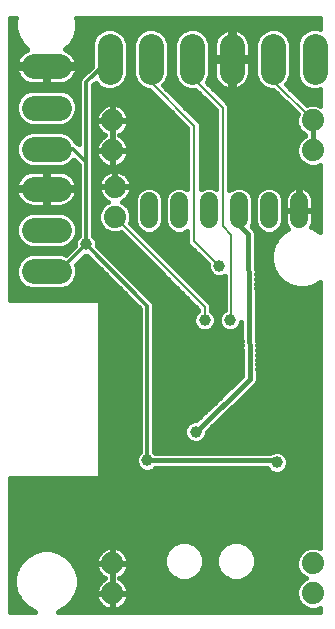
<source format=gbl>
G75*
%MOIN*%
%OFA0B0*%
%FSLAX24Y24*%
%IPPOS*%
%LPD*%
%AMOC8*
5,1,8,0,0,1.08239X$1,22.5*
%
%ADD10C,0.0840*%
%ADD11C,0.0600*%
%ADD12C,0.0740*%
%ADD13C,0.0160*%
%ADD14C,0.0357*%
%ADD15C,0.0120*%
%ADD16C,0.0080*%
%ADD17C,0.0396*%
D10*
X001440Y012202D02*
X002280Y012202D01*
X002280Y013580D02*
X001440Y013580D01*
X001440Y014958D02*
X002280Y014958D01*
X002280Y016282D02*
X001440Y016282D01*
X001440Y017660D02*
X002280Y017660D01*
X002280Y019038D02*
X001440Y019038D01*
X003964Y018863D02*
X003964Y019703D01*
X005342Y019703D02*
X005342Y018863D01*
X006720Y018863D02*
X006720Y019703D01*
X008042Y019700D02*
X008042Y018860D01*
X009420Y018860D02*
X009420Y019700D01*
X010798Y019700D02*
X010798Y018860D01*
D11*
X010280Y014540D02*
X010280Y013940D01*
X009280Y013940D02*
X009280Y014540D01*
X008280Y014540D02*
X008280Y013940D01*
X007280Y013940D02*
X007280Y014540D01*
X006280Y014540D02*
X006280Y013940D01*
X005280Y013940D02*
X005280Y014540D01*
D12*
X004140Y015020D03*
X004140Y014020D03*
X004052Y016232D03*
X004052Y017232D03*
X010745Y017232D03*
X010745Y016232D03*
X010745Y002468D03*
X010745Y001468D03*
X004052Y001468D03*
X004052Y002468D03*
D13*
X000660Y000860D02*
X000660Y005300D01*
X003660Y005300D01*
X003660Y011240D01*
X000660Y011240D01*
X000660Y020660D01*
X000857Y020660D01*
X000829Y020556D01*
X000829Y020284D01*
X000899Y020022D01*
X001035Y019787D01*
X001223Y019598D01*
X001210Y019594D01*
X001126Y019551D01*
X001049Y019496D01*
X000982Y019429D01*
X000927Y019352D01*
X000884Y019268D01*
X000855Y019178D01*
X000842Y019098D01*
X001800Y019098D01*
X001800Y018978D01*
X000842Y018978D01*
X000855Y018897D01*
X000884Y018808D01*
X000927Y018723D01*
X000982Y018647D01*
X001049Y018580D01*
X001126Y018525D01*
X001210Y018482D01*
X001299Y018453D01*
X001393Y018438D01*
X001800Y018438D01*
X001800Y018978D01*
X001920Y018978D01*
X001920Y019098D01*
X002878Y019098D01*
X002865Y019178D01*
X002836Y019268D01*
X002793Y019352D01*
X002738Y019429D01*
X002671Y019496D01*
X002594Y019551D01*
X002510Y019594D01*
X002497Y019598D01*
X002685Y019787D01*
X002821Y020022D01*
X002891Y020284D01*
X002891Y020556D01*
X002863Y020660D01*
X010980Y020660D01*
X010980Y020274D01*
X010917Y020300D01*
X010679Y020300D01*
X010458Y020209D01*
X010289Y020040D01*
X010198Y019819D01*
X010198Y018741D01*
X010289Y018520D01*
X010458Y018351D01*
X010679Y018260D01*
X010917Y018260D01*
X010980Y018286D01*
X010980Y017730D01*
X010854Y017782D01*
X010635Y017782D01*
X010544Y017744D01*
X009848Y018439D01*
X009929Y018520D01*
X010020Y018741D01*
X010020Y019819D01*
X009929Y020040D01*
X009760Y020209D01*
X009539Y020300D01*
X009301Y020300D01*
X009080Y020209D01*
X008911Y020040D01*
X008820Y019819D01*
X008820Y018741D01*
X008911Y018520D01*
X009080Y018351D01*
X009301Y018260D01*
X009405Y018260D01*
X010233Y017433D01*
X010195Y017341D01*
X010195Y017122D01*
X010278Y016920D01*
X010433Y016765D01*
X010485Y016744D01*
X010485Y016719D01*
X010433Y016698D01*
X010278Y016543D01*
X010195Y016341D01*
X010195Y016122D01*
X010278Y015920D01*
X010433Y015765D01*
X010635Y015682D01*
X010854Y015682D01*
X010980Y015734D01*
X010980Y013524D01*
X010778Y013641D01*
X010676Y013668D01*
X010691Y013688D01*
X010725Y013756D01*
X010748Y013828D01*
X010760Y013902D01*
X010760Y014220D01*
X010300Y014220D01*
X010300Y014260D01*
X010260Y014260D01*
X010260Y015020D01*
X010242Y015020D01*
X010168Y015008D01*
X010096Y014985D01*
X010028Y014951D01*
X009967Y014906D01*
X009914Y014853D01*
X009869Y014792D01*
X009835Y014724D01*
X009812Y014652D01*
X009800Y014578D01*
X009800Y014260D01*
X010260Y014260D01*
X010260Y014220D01*
X009800Y014220D01*
X009800Y013902D01*
X009812Y013828D01*
X009835Y013756D01*
X009869Y013688D01*
X009914Y013627D01*
X009930Y013611D01*
X009747Y013505D01*
X009555Y013313D01*
X009419Y013078D01*
X009349Y012816D01*
X009349Y012544D01*
X009419Y012282D01*
X009555Y012047D01*
X009747Y011855D01*
X009982Y011719D01*
X010244Y011649D01*
X010516Y011649D01*
X010778Y011719D01*
X010980Y011836D01*
X010980Y002966D01*
X010854Y003018D01*
X010635Y003018D01*
X010433Y002934D01*
X010278Y002779D01*
X010195Y002577D01*
X010195Y002358D01*
X010278Y002156D01*
X010433Y002002D01*
X010515Y001968D01*
X010433Y001934D01*
X010278Y001779D01*
X010195Y001577D01*
X010195Y001358D01*
X010278Y001156D01*
X010433Y001002D01*
X010635Y000918D01*
X010854Y000918D01*
X010980Y000970D01*
X010980Y000860D01*
X002255Y000860D01*
X002273Y000865D01*
X002517Y001006D01*
X002717Y001205D01*
X002858Y001449D01*
X002931Y001722D01*
X002931Y002003D01*
X002858Y002276D01*
X002717Y002520D01*
X002517Y002719D01*
X002273Y002860D01*
X002001Y002933D01*
X001719Y002933D01*
X001447Y002860D01*
X001203Y002719D01*
X001003Y002520D01*
X000862Y002276D01*
X000789Y002003D01*
X000789Y001722D01*
X000862Y001449D01*
X001003Y001205D01*
X001203Y001006D01*
X001447Y000865D01*
X001465Y000860D01*
X000660Y000860D01*
X000660Y001014D02*
X001195Y001014D01*
X001036Y001173D02*
X000660Y001173D01*
X000660Y001331D02*
X000931Y001331D01*
X000852Y001490D02*
X000660Y001490D01*
X000660Y001648D02*
X000809Y001648D01*
X000789Y001807D02*
X000660Y001807D01*
X000660Y001965D02*
X000789Y001965D01*
X000822Y002124D02*
X000660Y002124D01*
X000660Y002282D02*
X000866Y002282D01*
X000958Y002441D02*
X000660Y002441D01*
X000660Y002599D02*
X001082Y002599D01*
X001269Y002758D02*
X000660Y002758D01*
X000660Y002916D02*
X001655Y002916D01*
X002065Y002916D02*
X003733Y002916D01*
X003764Y002938D02*
X003694Y002887D01*
X003632Y002826D01*
X003581Y002756D01*
X003542Y002679D01*
X003515Y002597D01*
X003502Y002511D01*
X003502Y002488D01*
X004032Y002488D01*
X004032Y003018D01*
X004009Y003018D01*
X003923Y003004D01*
X003841Y002978D01*
X003764Y002938D01*
X003582Y002758D02*
X002451Y002758D01*
X002638Y002599D02*
X003516Y002599D01*
X003502Y002448D02*
X003502Y002425D01*
X003515Y002339D01*
X003542Y002257D01*
X003581Y002180D01*
X003632Y002110D01*
X003694Y002048D01*
X003764Y001997D01*
X003822Y001968D01*
X003764Y001938D01*
X003694Y001887D01*
X003632Y001826D01*
X003581Y001756D01*
X003542Y001679D01*
X003515Y001597D01*
X003502Y001511D01*
X003502Y001488D01*
X004032Y001488D01*
X004032Y002448D01*
X004072Y002448D01*
X004072Y002488D01*
X004602Y002488D01*
X004602Y002511D01*
X004588Y002597D01*
X004562Y002679D01*
X004522Y002756D01*
X004471Y002826D01*
X004410Y002887D01*
X004340Y002938D01*
X004263Y002978D01*
X004181Y003004D01*
X004095Y003018D01*
X004072Y003018D01*
X004072Y002488D01*
X004032Y002488D01*
X004032Y002448D01*
X003502Y002448D01*
X003502Y002441D02*
X002762Y002441D01*
X002854Y002282D02*
X003534Y002282D01*
X003622Y002124D02*
X002898Y002124D01*
X002931Y001965D02*
X003816Y001965D01*
X003618Y001807D02*
X002931Y001807D01*
X002911Y001648D02*
X003532Y001648D01*
X003502Y001490D02*
X002868Y001490D01*
X002789Y001331D02*
X003518Y001331D01*
X003515Y001339D02*
X003542Y001257D01*
X003581Y001180D01*
X003632Y001110D01*
X003694Y001048D01*
X003764Y000997D01*
X003841Y000958D01*
X003923Y000931D01*
X004009Y000918D01*
X004032Y000918D01*
X004032Y001448D01*
X004072Y001448D01*
X004072Y001488D01*
X004602Y001488D01*
X004602Y001511D01*
X004588Y001597D01*
X004562Y001679D01*
X004522Y001756D01*
X004471Y001826D01*
X004410Y001887D01*
X004340Y001938D01*
X004282Y001968D01*
X004340Y001997D01*
X004410Y002048D01*
X004471Y002110D01*
X004522Y002180D01*
X004562Y002257D01*
X004588Y002339D01*
X004602Y002425D01*
X004602Y002448D01*
X004072Y002448D01*
X004072Y002018D01*
X004072Y001488D01*
X004032Y001488D01*
X004032Y001448D01*
X003502Y001448D01*
X003502Y001425D01*
X003515Y001339D01*
X003587Y001173D02*
X002684Y001173D01*
X002525Y001014D02*
X003741Y001014D01*
X004032Y001014D02*
X004072Y001014D01*
X004072Y000918D02*
X004095Y000918D01*
X004181Y000931D01*
X004263Y000958D01*
X004340Y000997D01*
X004410Y001048D01*
X004471Y001110D01*
X004522Y001180D01*
X004562Y001257D01*
X004588Y001339D01*
X004602Y001425D01*
X004602Y001448D01*
X004072Y001448D01*
X004072Y000918D01*
X004072Y001173D02*
X004032Y001173D01*
X004032Y001331D02*
X004072Y001331D01*
X004072Y001490D02*
X004032Y001490D01*
X004032Y001648D02*
X004072Y001648D01*
X004072Y001807D02*
X004032Y001807D01*
X004032Y001965D02*
X004072Y001965D01*
X004072Y002124D02*
X004032Y002124D01*
X004032Y002282D02*
X004072Y002282D01*
X004072Y002441D02*
X004032Y002441D01*
X004032Y002599D02*
X004072Y002599D01*
X004072Y002758D02*
X004032Y002758D01*
X004032Y002916D02*
X004072Y002916D01*
X004371Y002916D02*
X005895Y002916D01*
X005897Y002919D02*
X005797Y002678D01*
X005797Y002417D01*
X005897Y002175D01*
X006082Y001990D01*
X006323Y001890D01*
X006585Y001890D01*
X006826Y001990D01*
X007011Y002175D01*
X007111Y002417D01*
X007111Y002678D01*
X007011Y002919D01*
X006826Y003104D01*
X006585Y003204D01*
X006323Y003204D01*
X006082Y003104D01*
X005897Y002919D01*
X005830Y002758D02*
X004521Y002758D01*
X004588Y002599D02*
X005797Y002599D01*
X005797Y002441D02*
X004602Y002441D01*
X004570Y002282D02*
X005852Y002282D01*
X005948Y002124D02*
X004481Y002124D01*
X004486Y001807D02*
X010306Y001807D01*
X010224Y001648D02*
X004572Y001648D01*
X004602Y001490D02*
X010195Y001490D01*
X010206Y001331D02*
X004586Y001331D01*
X004517Y001173D02*
X010272Y001173D01*
X010421Y001014D02*
X004363Y001014D01*
X004288Y001965D02*
X006142Y001965D01*
X006052Y003075D02*
X000660Y003075D01*
X000660Y003233D02*
X010980Y003233D01*
X010980Y003075D02*
X008588Y003075D01*
X008558Y003104D02*
X008317Y003204D01*
X008055Y003204D01*
X007814Y003104D01*
X007629Y002919D01*
X007529Y002678D01*
X007529Y002417D01*
X007629Y002175D01*
X007814Y001990D01*
X008055Y001890D01*
X008317Y001890D01*
X008558Y001990D01*
X008743Y002175D01*
X008843Y002417D01*
X008843Y002678D01*
X008743Y002919D01*
X008558Y003104D01*
X008745Y002916D02*
X010415Y002916D01*
X010269Y002758D02*
X008810Y002758D01*
X008843Y002599D02*
X010204Y002599D01*
X010195Y002441D02*
X008843Y002441D01*
X008788Y002282D02*
X010226Y002282D01*
X010311Y002124D02*
X008692Y002124D01*
X008498Y001965D02*
X010508Y001965D01*
X010980Y003392D02*
X000660Y003392D01*
X000660Y003550D02*
X010980Y003550D01*
X010980Y003709D02*
X000660Y003709D01*
X000660Y003867D02*
X010980Y003867D01*
X010980Y004026D02*
X000660Y004026D01*
X000660Y004184D02*
X010980Y004184D01*
X010980Y004343D02*
X000660Y004343D01*
X000660Y004501D02*
X010980Y004501D01*
X010980Y004660D02*
X000660Y004660D01*
X000660Y004818D02*
X010980Y004818D01*
X010980Y004977D02*
X000660Y004977D01*
X000660Y005135D02*
X010980Y005135D01*
X010980Y005294D02*
X000660Y005294D01*
X003660Y005452D02*
X010980Y005452D01*
X010980Y005611D02*
X009845Y005611D01*
X009861Y005626D02*
X009918Y005765D01*
X009918Y005915D01*
X009861Y006054D01*
X009754Y006161D01*
X009615Y006218D01*
X009465Y006218D01*
X009326Y006161D01*
X009325Y006160D01*
X005495Y006160D01*
X005460Y006195D01*
X005460Y011108D01*
X005423Y011196D01*
X003558Y013061D01*
X003558Y013175D01*
X003501Y013314D01*
X003420Y013395D01*
X003420Y018399D01*
X003500Y018479D01*
X003624Y018354D01*
X003845Y018263D01*
X004084Y018263D01*
X004304Y018354D01*
X004473Y018523D01*
X004564Y018743D01*
X004564Y019822D01*
X004473Y020043D01*
X004304Y020211D01*
X004084Y020303D01*
X003845Y020303D01*
X003624Y020211D01*
X003456Y020043D01*
X003364Y019822D01*
X003364Y019022D01*
X003044Y018702D01*
X002977Y018635D01*
X002940Y018546D01*
X002940Y016439D01*
X002894Y016486D01*
X002835Y016510D01*
X002789Y016622D01*
X002620Y016791D01*
X002399Y016882D01*
X001321Y016882D01*
X001100Y016791D01*
X000931Y016622D01*
X000840Y016401D01*
X000840Y016163D01*
X000931Y015942D01*
X001100Y015773D01*
X001321Y015682D01*
X002399Y015682D01*
X002620Y015773D01*
X002774Y015927D01*
X002940Y015761D01*
X002940Y013395D01*
X002859Y013314D01*
X002802Y013175D01*
X002802Y013061D01*
X002501Y012760D01*
X002399Y012802D01*
X001321Y012802D01*
X001100Y012711D01*
X000931Y012542D01*
X000840Y012321D01*
X000840Y012083D01*
X000931Y011862D01*
X001100Y011693D01*
X001321Y011602D01*
X002399Y011602D01*
X002620Y011693D01*
X002789Y011862D01*
X002880Y012083D01*
X002880Y012321D01*
X002839Y012420D01*
X003141Y012722D01*
X003219Y012722D01*
X004980Y010961D01*
X004980Y006195D01*
X004899Y006114D01*
X004842Y005975D01*
X004842Y005825D01*
X004899Y005686D01*
X005006Y005579D01*
X005145Y005522D01*
X005295Y005522D01*
X005434Y005579D01*
X005495Y005640D01*
X009214Y005640D01*
X009219Y005626D01*
X009326Y005519D01*
X009465Y005462D01*
X009615Y005462D01*
X009754Y005519D01*
X009861Y005626D01*
X009918Y005769D02*
X010980Y005769D01*
X010980Y005928D02*
X009913Y005928D01*
X009829Y006086D02*
X010980Y006086D01*
X010980Y006245D02*
X005460Y006245D01*
X005460Y006403D02*
X010980Y006403D01*
X010980Y006562D02*
X007076Y006562D01*
X007054Y006539D02*
X007161Y006646D01*
X007218Y006785D01*
X007218Y006864D01*
X008786Y008380D01*
X008790Y008381D01*
X008823Y008416D01*
X008858Y008449D01*
X008859Y008453D01*
X008862Y008455D01*
X008880Y008500D01*
X008899Y008544D01*
X008899Y008548D01*
X008901Y008551D01*
X008900Y008599D01*
X008901Y008647D01*
X008899Y008651D01*
X008840Y013462D01*
X008840Y013512D01*
X008839Y013513D01*
X008839Y013515D01*
X008820Y013561D01*
X008800Y013607D01*
X008799Y013608D01*
X008799Y013610D01*
X008763Y013645D01*
X008702Y013705D01*
X008760Y013845D01*
X008760Y014635D01*
X008687Y014812D01*
X008552Y014947D01*
X008375Y015020D01*
X008185Y015020D01*
X008008Y014947D01*
X007960Y014899D01*
X007960Y017751D01*
X007831Y017880D01*
X007208Y018503D01*
X007229Y018523D01*
X007320Y018743D01*
X007320Y019822D01*
X007229Y020043D01*
X007060Y020211D01*
X006840Y020303D01*
X006601Y020303D01*
X006380Y020211D01*
X006212Y020043D01*
X006120Y019822D01*
X006120Y018743D01*
X006212Y018523D01*
X006380Y018354D01*
X006601Y018263D01*
X006826Y018263D01*
X007520Y017569D01*
X007520Y014960D01*
X007375Y015020D01*
X007185Y015020D01*
X007008Y014947D01*
X007000Y014939D01*
X007000Y017151D01*
X006871Y017280D01*
X005740Y018412D01*
X005851Y018523D01*
X005942Y018743D01*
X005942Y019822D01*
X005851Y020043D01*
X005682Y020211D01*
X005462Y020303D01*
X005223Y020303D01*
X005002Y020211D01*
X004834Y020043D01*
X004742Y019822D01*
X004742Y018743D01*
X004834Y018523D01*
X005002Y018354D01*
X005223Y018263D01*
X005266Y018263D01*
X006560Y016969D01*
X006560Y014939D01*
X006552Y014947D01*
X006375Y015020D01*
X006185Y015020D01*
X006008Y014947D01*
X005873Y014812D01*
X005800Y014635D01*
X005800Y013845D01*
X005873Y013668D01*
X006008Y013533D01*
X006185Y013460D01*
X006375Y013460D01*
X006552Y013533D01*
X006560Y013541D01*
X006560Y013129D01*
X007242Y012447D01*
X007242Y012305D01*
X007299Y012166D01*
X007406Y012059D01*
X007545Y012002D01*
X007695Y012002D01*
X007798Y012044D01*
X007798Y010914D01*
X007766Y010901D01*
X007659Y010794D01*
X007602Y010655D01*
X007602Y010505D01*
X007659Y010366D01*
X007766Y010259D01*
X007905Y010202D01*
X008055Y010202D01*
X008194Y010259D01*
X008301Y010366D01*
X008357Y010501D01*
X008379Y008709D01*
X006857Y007238D01*
X006765Y007238D01*
X006626Y007181D01*
X006519Y007074D01*
X006462Y006935D01*
X006462Y006785D01*
X006519Y006646D01*
X006626Y006539D01*
X006765Y006482D01*
X006915Y006482D01*
X007054Y006539D01*
X007191Y006720D02*
X010980Y006720D01*
X010980Y006879D02*
X007233Y006879D01*
X007397Y007037D02*
X010980Y007037D01*
X010980Y007196D02*
X007561Y007196D01*
X007725Y007354D02*
X010980Y007354D01*
X010980Y007513D02*
X007889Y007513D01*
X008053Y007671D02*
X010980Y007671D01*
X010980Y007830D02*
X008217Y007830D01*
X008381Y007988D02*
X010980Y007988D01*
X010980Y008147D02*
X008545Y008147D01*
X008709Y008305D02*
X010980Y008305D01*
X010980Y008464D02*
X008865Y008464D01*
X008900Y008622D02*
X010980Y008622D01*
X010980Y008781D02*
X008898Y008781D01*
X008896Y008939D02*
X010980Y008939D01*
X010980Y009098D02*
X008894Y009098D01*
X008892Y009256D02*
X010980Y009256D01*
X010980Y009415D02*
X008890Y009415D01*
X008888Y009573D02*
X010980Y009573D01*
X010980Y009732D02*
X008886Y009732D01*
X008884Y009890D02*
X010980Y009890D01*
X010980Y010049D02*
X008882Y010049D01*
X008880Y010207D02*
X010980Y010207D01*
X010980Y010366D02*
X008878Y010366D01*
X008876Y010524D02*
X010980Y010524D01*
X010980Y010683D02*
X008874Y010683D01*
X008872Y010841D02*
X010980Y010841D01*
X010980Y011000D02*
X008870Y011000D01*
X008868Y011158D02*
X010980Y011158D01*
X010980Y011317D02*
X008866Y011317D01*
X008865Y011475D02*
X010980Y011475D01*
X010980Y011634D02*
X008863Y011634D01*
X008861Y011792D02*
X009856Y011792D01*
X009651Y011951D02*
X008859Y011951D01*
X008857Y012109D02*
X009519Y012109D01*
X009427Y012268D02*
X008855Y012268D01*
X008853Y012426D02*
X009380Y012426D01*
X009349Y012585D02*
X008851Y012585D01*
X008849Y012743D02*
X009349Y012743D01*
X009372Y012902D02*
X008847Y012902D01*
X008845Y013060D02*
X009414Y013060D01*
X009500Y013219D02*
X008843Y013219D01*
X008841Y013377D02*
X009619Y013377D01*
X009552Y013533D02*
X009687Y013668D01*
X009760Y013845D01*
X009760Y014635D01*
X009687Y014812D01*
X009552Y014947D01*
X009375Y015020D01*
X009185Y015020D01*
X009008Y014947D01*
X008873Y014812D01*
X008800Y014635D01*
X008800Y013845D01*
X008873Y013668D01*
X009008Y013533D01*
X009185Y013460D01*
X009375Y013460D01*
X009552Y013533D01*
X009554Y013536D02*
X009799Y013536D01*
X009867Y013694D02*
X009698Y013694D01*
X009760Y013853D02*
X009808Y013853D01*
X009800Y014011D02*
X009760Y014011D01*
X009760Y014170D02*
X009800Y014170D01*
X009800Y014328D02*
X009760Y014328D01*
X009760Y014487D02*
X009800Y014487D01*
X009811Y014645D02*
X009756Y014645D01*
X009690Y014804D02*
X009878Y014804D01*
X010051Y014962D02*
X009515Y014962D01*
X009045Y014962D02*
X008515Y014962D01*
X008690Y014804D02*
X008870Y014804D01*
X008804Y014645D02*
X008756Y014645D01*
X008760Y014487D02*
X008800Y014487D01*
X008800Y014328D02*
X008760Y014328D01*
X008760Y014170D02*
X008800Y014170D01*
X008800Y014011D02*
X008760Y014011D01*
X008760Y013853D02*
X008800Y013853D01*
X008862Y013694D02*
X008714Y013694D01*
X008831Y013536D02*
X009006Y013536D01*
X008580Y013460D02*
X008640Y008600D01*
X006840Y006860D01*
X006662Y007196D02*
X005460Y007196D01*
X005460Y007354D02*
X006977Y007354D01*
X007141Y007513D02*
X005460Y007513D01*
X005460Y007671D02*
X007305Y007671D01*
X007469Y007830D02*
X005460Y007830D01*
X005460Y007988D02*
X007633Y007988D01*
X007797Y008147D02*
X005460Y008147D01*
X005460Y008305D02*
X007961Y008305D01*
X008125Y008464D02*
X005460Y008464D01*
X005460Y008622D02*
X008289Y008622D01*
X008378Y008781D02*
X005460Y008781D01*
X005460Y008939D02*
X008376Y008939D01*
X008374Y009098D02*
X005460Y009098D01*
X005460Y009256D02*
X008372Y009256D01*
X008370Y009415D02*
X005460Y009415D01*
X005460Y009573D02*
X008368Y009573D01*
X008366Y009732D02*
X005460Y009732D01*
X005460Y009890D02*
X008364Y009890D01*
X008362Y010049D02*
X005460Y010049D01*
X005460Y010207D02*
X007052Y010207D01*
X007065Y010202D02*
X007215Y010202D01*
X007354Y010259D01*
X007461Y010366D01*
X007518Y010505D01*
X007518Y010655D01*
X007461Y010794D01*
X007360Y010895D01*
X007360Y011111D01*
X004652Y013819D01*
X004690Y013911D01*
X004690Y014129D01*
X004606Y014332D01*
X004452Y014486D01*
X004370Y014520D01*
X004428Y014550D01*
X004498Y014600D01*
X004560Y014662D01*
X004610Y014732D01*
X004650Y014809D01*
X004676Y014891D01*
X004690Y014977D01*
X004690Y015000D01*
X004160Y015000D01*
X004160Y015040D01*
X004690Y015040D01*
X004690Y015063D01*
X004676Y015149D01*
X004650Y015231D01*
X004610Y015308D01*
X004560Y015378D01*
X004498Y015440D01*
X004428Y015490D01*
X004351Y015530D01*
X004269Y015556D01*
X004183Y015570D01*
X004160Y015570D01*
X004160Y015040D01*
X004120Y015040D01*
X004120Y015570D01*
X004097Y015570D01*
X004011Y015556D01*
X003929Y015530D01*
X003852Y015490D01*
X003782Y015440D01*
X003720Y015378D01*
X003670Y015308D01*
X003630Y015231D01*
X003604Y015149D01*
X003590Y015063D01*
X003590Y015040D01*
X004120Y015040D01*
X004120Y015000D01*
X003590Y015000D01*
X003590Y014977D01*
X003604Y014891D01*
X003630Y014809D01*
X003670Y014732D01*
X003720Y014662D01*
X003782Y014600D01*
X003852Y014550D01*
X003910Y014520D01*
X003828Y014486D01*
X003674Y014332D01*
X003590Y014129D01*
X003590Y013911D01*
X003674Y013708D01*
X003828Y013554D01*
X004031Y013470D01*
X004249Y013470D01*
X004341Y013508D01*
X006920Y010929D01*
X006920Y010895D01*
X006819Y010794D01*
X006762Y010655D01*
X006762Y010505D01*
X006819Y010366D01*
X006926Y010259D01*
X007065Y010202D01*
X007228Y010207D02*
X007892Y010207D01*
X008068Y010207D02*
X008360Y010207D01*
X008358Y010366D02*
X008300Y010366D01*
X007706Y010841D02*
X007414Y010841D01*
X007360Y011000D02*
X007798Y011000D01*
X007798Y011158D02*
X007313Y011158D01*
X007155Y011317D02*
X007798Y011317D01*
X007798Y011475D02*
X006996Y011475D01*
X006838Y011634D02*
X007798Y011634D01*
X007798Y011792D02*
X006679Y011792D01*
X006521Y011951D02*
X007798Y011951D01*
X007356Y012109D02*
X006362Y012109D01*
X006204Y012268D02*
X007257Y012268D01*
X007242Y012426D02*
X006045Y012426D01*
X005887Y012585D02*
X007104Y012585D01*
X006946Y012743D02*
X005728Y012743D01*
X005570Y012902D02*
X006787Y012902D01*
X006629Y013060D02*
X005411Y013060D01*
X005253Y013219D02*
X006560Y013219D01*
X006560Y013377D02*
X005094Y013377D01*
X005185Y013460D02*
X005008Y013533D01*
X004873Y013668D01*
X004800Y013845D01*
X004800Y014635D01*
X004873Y014812D01*
X005008Y014947D01*
X005185Y015020D01*
X005375Y015020D01*
X005552Y014947D01*
X005687Y014812D01*
X005760Y014635D01*
X005760Y013845D01*
X005687Y013668D01*
X005552Y013533D01*
X005375Y013460D01*
X005185Y013460D01*
X005006Y013536D02*
X004936Y013536D01*
X004862Y013694D02*
X004777Y013694D01*
X004800Y013853D02*
X004666Y013853D01*
X004690Y014011D02*
X004800Y014011D01*
X004800Y014170D02*
X004673Y014170D01*
X004608Y014328D02*
X004800Y014328D01*
X004800Y014487D02*
X004451Y014487D01*
X004543Y014645D02*
X004804Y014645D01*
X004870Y014804D02*
X004647Y014804D01*
X004688Y014962D02*
X005045Y014962D01*
X004681Y015121D02*
X006560Y015121D01*
X006560Y015279D02*
X004625Y015279D01*
X004500Y015438D02*
X006560Y015438D01*
X006560Y015596D02*
X003420Y015596D01*
X003420Y015438D02*
X003780Y015438D01*
X003655Y015279D02*
X003420Y015279D01*
X003420Y015121D02*
X003599Y015121D01*
X003592Y014962D02*
X003420Y014962D01*
X003420Y014804D02*
X003633Y014804D01*
X003737Y014645D02*
X003420Y014645D01*
X003420Y014487D02*
X003829Y014487D01*
X003672Y014328D02*
X003420Y014328D01*
X003420Y014170D02*
X003607Y014170D01*
X003590Y014011D02*
X003420Y014011D01*
X003420Y013853D02*
X003614Y013853D01*
X003688Y013694D02*
X003420Y013694D01*
X003420Y013536D02*
X003872Y013536D01*
X003540Y013219D02*
X004630Y013219D01*
X004472Y013377D02*
X003438Y013377D01*
X003559Y013060D02*
X004789Y013060D01*
X004947Y012902D02*
X003718Y012902D01*
X003876Y012743D02*
X005106Y012743D01*
X005264Y012585D02*
X004035Y012585D01*
X004193Y012426D02*
X005423Y012426D01*
X005581Y012268D02*
X004352Y012268D01*
X004510Y012109D02*
X005740Y012109D01*
X005898Y011951D02*
X004669Y011951D01*
X004827Y011792D02*
X006057Y011792D01*
X006215Y011634D02*
X004986Y011634D01*
X005144Y011475D02*
X006374Y011475D01*
X006532Y011317D02*
X005303Y011317D01*
X005439Y011158D02*
X006691Y011158D01*
X006849Y011000D02*
X005460Y011000D01*
X005460Y010841D02*
X006866Y010841D01*
X006773Y010683D02*
X005460Y010683D01*
X005460Y010524D02*
X006762Y010524D01*
X006820Y010366D02*
X005460Y010366D01*
X004980Y010366D02*
X003660Y010366D01*
X003660Y010524D02*
X004980Y010524D01*
X004980Y010683D02*
X003660Y010683D01*
X003660Y010841D02*
X004980Y010841D01*
X004941Y011000D02*
X003660Y011000D01*
X003660Y011158D02*
X004783Y011158D01*
X004624Y011317D02*
X000660Y011317D01*
X000660Y011475D02*
X004466Y011475D01*
X004307Y011634D02*
X002475Y011634D01*
X002718Y011792D02*
X004149Y011792D01*
X003990Y011951D02*
X002825Y011951D01*
X002880Y012109D02*
X003832Y012109D01*
X003673Y012268D02*
X002880Y012268D01*
X002845Y012426D02*
X003515Y012426D01*
X003356Y012585D02*
X003004Y012585D01*
X002801Y013060D02*
X002593Y013060D01*
X002620Y013071D02*
X002789Y013240D01*
X002880Y013461D01*
X002880Y013699D01*
X002789Y013920D01*
X002620Y014089D01*
X002399Y014180D01*
X001321Y014180D01*
X001100Y014089D01*
X000931Y013920D01*
X000840Y013699D01*
X000840Y013461D01*
X000931Y013240D01*
X001100Y013071D01*
X001321Y012980D01*
X002399Y012980D01*
X002620Y013071D01*
X002642Y012902D02*
X000660Y012902D01*
X000660Y013060D02*
X001127Y013060D01*
X000953Y013219D02*
X000660Y013219D01*
X000660Y013377D02*
X000875Y013377D01*
X000840Y013536D02*
X000660Y013536D01*
X000660Y013694D02*
X000840Y013694D01*
X000903Y013853D02*
X000660Y013853D01*
X000660Y014011D02*
X001022Y014011D01*
X001210Y014402D02*
X001126Y014445D01*
X001049Y014500D01*
X000982Y014567D01*
X000927Y014643D01*
X000884Y014728D01*
X000855Y014817D01*
X000842Y014898D01*
X001800Y014898D01*
X001800Y015018D01*
X001800Y015558D01*
X001393Y015558D01*
X001299Y015543D01*
X001210Y015514D01*
X001126Y015471D01*
X001049Y015416D01*
X000982Y015349D01*
X000927Y015272D01*
X000884Y015188D01*
X000855Y015098D01*
X000842Y015018D01*
X001800Y015018D01*
X001920Y015018D01*
X001920Y015558D01*
X002327Y015558D01*
X002420Y015543D01*
X002510Y015514D01*
X002594Y015471D01*
X002671Y015416D01*
X002738Y015349D01*
X002793Y015272D01*
X002836Y015188D01*
X002865Y015098D01*
X002878Y015018D01*
X001920Y015018D01*
X001920Y014898D01*
X002878Y014898D01*
X002865Y014817D01*
X002836Y014728D01*
X002793Y014643D01*
X002738Y014567D01*
X002671Y014500D01*
X002594Y014445D01*
X002510Y014402D01*
X002420Y014373D01*
X002327Y014358D01*
X001920Y014358D01*
X001920Y014898D01*
X001800Y014898D01*
X001800Y014358D01*
X001393Y014358D01*
X001299Y014373D01*
X001210Y014402D01*
X001068Y014487D02*
X000660Y014487D01*
X000660Y014645D02*
X000926Y014645D01*
X000859Y014804D02*
X000660Y014804D01*
X000660Y014962D02*
X001800Y014962D01*
X001920Y014962D02*
X002940Y014962D01*
X002940Y014804D02*
X002861Y014804D01*
X002794Y014645D02*
X002940Y014645D01*
X002940Y014487D02*
X002652Y014487D01*
X002425Y014170D02*
X002940Y014170D01*
X002940Y014328D02*
X000660Y014328D01*
X000660Y014170D02*
X001295Y014170D01*
X001800Y014487D02*
X001920Y014487D01*
X001920Y014645D02*
X001800Y014645D01*
X001800Y014804D02*
X001920Y014804D01*
X001920Y015121D02*
X001800Y015121D01*
X001800Y015279D02*
X001920Y015279D01*
X001920Y015438D02*
X001800Y015438D01*
X001079Y015438D02*
X000660Y015438D01*
X000660Y015596D02*
X002940Y015596D01*
X002940Y015438D02*
X002641Y015438D01*
X002788Y015279D02*
X002940Y015279D01*
X002940Y015121D02*
X002858Y015121D01*
X002940Y015755D02*
X002574Y015755D01*
X002760Y015913D02*
X002788Y015913D01*
X002820Y016547D02*
X002940Y016547D01*
X002940Y016706D02*
X002705Y016706D01*
X002940Y016864D02*
X002443Y016864D01*
X002399Y017060D02*
X002620Y017151D01*
X002789Y017320D01*
X002880Y017541D01*
X002880Y017779D01*
X002789Y018000D01*
X002620Y018169D01*
X002399Y018260D01*
X001321Y018260D01*
X001100Y018169D01*
X000931Y018000D01*
X000840Y017779D01*
X000840Y017541D01*
X000931Y017320D01*
X001100Y017151D01*
X001321Y017060D01*
X002399Y017060D01*
X002650Y017181D02*
X002940Y017181D01*
X002940Y017023D02*
X000660Y017023D01*
X000660Y017181D02*
X001070Y017181D01*
X001277Y016864D02*
X000660Y016864D01*
X000660Y016706D02*
X001015Y016706D01*
X000900Y016547D02*
X000660Y016547D01*
X000660Y016389D02*
X000840Y016389D01*
X000840Y016230D02*
X000660Y016230D01*
X000660Y016072D02*
X000878Y016072D01*
X000960Y015913D02*
X000660Y015913D01*
X000660Y015755D02*
X001146Y015755D01*
X000932Y015279D02*
X000660Y015279D01*
X000660Y015121D02*
X000862Y015121D01*
X000923Y017340D02*
X000660Y017340D01*
X000660Y017498D02*
X000858Y017498D01*
X000840Y017657D02*
X000660Y017657D01*
X000660Y017815D02*
X000855Y017815D01*
X000920Y017974D02*
X000660Y017974D01*
X000660Y018132D02*
X001064Y018132D01*
X001323Y018449D02*
X000660Y018449D01*
X000660Y018291D02*
X002940Y018291D01*
X002940Y018449D02*
X002397Y018449D01*
X002420Y018453D02*
X002510Y018482D01*
X002594Y018525D01*
X002671Y018580D01*
X002738Y018647D01*
X002793Y018723D01*
X002836Y018808D01*
X002865Y018897D01*
X002878Y018978D01*
X001920Y018978D01*
X001920Y018438D01*
X002327Y018438D01*
X002420Y018453D01*
X002656Y018132D02*
X002940Y018132D01*
X002940Y017974D02*
X002800Y017974D01*
X002865Y017815D02*
X002940Y017815D01*
X002940Y017657D02*
X002880Y017657D01*
X002862Y017498D02*
X002940Y017498D01*
X002940Y017340D02*
X002797Y017340D01*
X003420Y017340D02*
X003512Y017340D01*
X003515Y017360D02*
X003502Y017275D01*
X003502Y017252D01*
X004032Y017252D01*
X004032Y017782D01*
X004009Y017782D01*
X003923Y017768D01*
X003841Y017741D01*
X003764Y017702D01*
X003694Y017651D01*
X003632Y017590D01*
X003581Y017520D01*
X003542Y017443D01*
X003515Y017360D01*
X003570Y017498D02*
X003420Y017498D01*
X003420Y017657D02*
X003701Y017657D01*
X003420Y017815D02*
X005714Y017815D01*
X005872Y017657D02*
X004403Y017657D01*
X004410Y017651D02*
X004340Y017702D01*
X004263Y017741D01*
X004181Y017768D01*
X004095Y017782D01*
X004072Y017782D01*
X004072Y017252D01*
X004032Y017252D01*
X004032Y017212D01*
X003502Y017212D01*
X003502Y017188D01*
X003515Y017103D01*
X003542Y017021D01*
X003581Y016943D01*
X003632Y016873D01*
X003694Y016812D01*
X003764Y016761D01*
X003822Y016732D01*
X003764Y016702D01*
X003694Y016651D01*
X003632Y016590D01*
X003581Y016520D01*
X003542Y016443D01*
X003515Y016360D01*
X003502Y016275D01*
X003502Y016252D01*
X004032Y016252D01*
X004032Y017212D01*
X004072Y017212D01*
X004072Y017252D01*
X004602Y017252D01*
X004602Y017275D01*
X004588Y017360D01*
X004562Y017443D01*
X004522Y017520D01*
X004471Y017590D01*
X004410Y017651D01*
X004533Y017498D02*
X006031Y017498D01*
X006189Y017340D02*
X004592Y017340D01*
X004602Y017212D02*
X004072Y017212D01*
X004072Y016682D01*
X004072Y016252D01*
X004032Y016252D01*
X004032Y016212D01*
X003502Y016212D01*
X003502Y016188D01*
X003515Y016103D01*
X003542Y016021D01*
X003581Y015943D01*
X003632Y015873D01*
X003694Y015812D01*
X003764Y015761D01*
X003841Y015722D01*
X003923Y015695D01*
X004009Y015682D01*
X004032Y015682D01*
X004032Y016212D01*
X004072Y016212D01*
X004072Y016252D01*
X004602Y016252D01*
X004602Y016275D01*
X004588Y016360D01*
X004562Y016443D01*
X004522Y016520D01*
X004471Y016590D01*
X004410Y016651D01*
X004340Y016702D01*
X004282Y016732D01*
X004340Y016761D01*
X004410Y016812D01*
X004471Y016873D01*
X004522Y016943D01*
X004562Y017021D01*
X004588Y017103D01*
X004602Y017188D01*
X004602Y017212D01*
X004601Y017181D02*
X006348Y017181D01*
X006506Y017023D02*
X004562Y017023D01*
X004462Y016864D02*
X006560Y016864D01*
X006560Y016706D02*
X004333Y016706D01*
X004503Y016547D02*
X006560Y016547D01*
X006560Y016389D02*
X004579Y016389D01*
X004602Y016212D02*
X004072Y016212D01*
X004072Y015682D01*
X004095Y015682D01*
X004181Y015695D01*
X004263Y015722D01*
X004340Y015761D01*
X004410Y015812D01*
X004471Y015873D01*
X004522Y015943D01*
X004562Y016021D01*
X004588Y016103D01*
X004602Y016188D01*
X004602Y016212D01*
X004578Y016072D02*
X006560Y016072D01*
X006560Y016230D02*
X004072Y016230D01*
X004032Y016230D02*
X003420Y016230D01*
X003420Y016072D02*
X003526Y016072D01*
X003603Y015913D02*
X003420Y015913D01*
X003420Y015755D02*
X003777Y015755D01*
X004032Y015755D02*
X004072Y015755D01*
X004072Y015913D02*
X004032Y015913D01*
X004032Y016072D02*
X004072Y016072D01*
X004072Y016389D02*
X004032Y016389D01*
X004032Y016547D02*
X004072Y016547D01*
X004072Y016706D02*
X004032Y016706D01*
X004032Y016864D02*
X004072Y016864D01*
X004072Y017023D02*
X004032Y017023D01*
X004032Y017181D02*
X004072Y017181D01*
X004072Y017340D02*
X004032Y017340D01*
X004032Y017498D02*
X004072Y017498D01*
X004072Y017657D02*
X004032Y017657D01*
X004150Y018291D02*
X005156Y018291D01*
X005397Y018132D02*
X003420Y018132D01*
X003420Y017974D02*
X005555Y017974D01*
X005777Y018449D02*
X006285Y018449D01*
X006176Y018608D02*
X005886Y018608D01*
X005942Y018766D02*
X006120Y018766D01*
X006120Y018925D02*
X005942Y018925D01*
X005942Y019083D02*
X006120Y019083D01*
X006120Y019242D02*
X005942Y019242D01*
X005942Y019400D02*
X006120Y019400D01*
X006120Y019559D02*
X005942Y019559D01*
X005942Y019717D02*
X006120Y019717D01*
X006142Y019876D02*
X005920Y019876D01*
X005854Y020034D02*
X006208Y020034D01*
X006361Y020193D02*
X005701Y020193D01*
X004983Y020193D02*
X004323Y020193D01*
X004477Y020034D02*
X004830Y020034D01*
X004764Y019876D02*
X004542Y019876D01*
X004564Y019717D02*
X004742Y019717D01*
X004742Y019559D02*
X004564Y019559D01*
X004564Y019400D02*
X004742Y019400D01*
X004742Y019242D02*
X004564Y019242D01*
X004564Y019083D02*
X004742Y019083D01*
X004742Y018925D02*
X004564Y018925D01*
X004564Y018766D02*
X004742Y018766D01*
X004799Y018608D02*
X004508Y018608D01*
X004399Y018449D02*
X004907Y018449D01*
X005861Y018291D02*
X006534Y018291D01*
X006336Y017815D02*
X007274Y017815D01*
X007432Y017657D02*
X006495Y017657D01*
X006653Y017498D02*
X007520Y017498D01*
X007520Y017340D02*
X006812Y017340D01*
X006970Y017181D02*
X007520Y017181D01*
X007520Y017023D02*
X007000Y017023D01*
X007000Y016864D02*
X007520Y016864D01*
X007520Y016706D02*
X007000Y016706D01*
X007000Y016547D02*
X007520Y016547D01*
X007520Y016389D02*
X007000Y016389D01*
X007000Y016230D02*
X007520Y016230D01*
X007520Y016072D02*
X007000Y016072D01*
X007000Y015913D02*
X007520Y015913D01*
X007520Y015755D02*
X007000Y015755D01*
X007000Y015596D02*
X007520Y015596D01*
X007520Y015438D02*
X007000Y015438D01*
X007000Y015279D02*
X007520Y015279D01*
X007520Y015121D02*
X007000Y015121D01*
X007000Y014962D02*
X007045Y014962D01*
X007515Y014962D02*
X007520Y014962D01*
X007960Y014962D02*
X008045Y014962D01*
X007960Y015121D02*
X010980Y015121D01*
X010980Y015279D02*
X007960Y015279D01*
X007960Y015438D02*
X010980Y015438D01*
X010980Y015596D02*
X007960Y015596D01*
X007960Y015755D02*
X010459Y015755D01*
X010286Y015913D02*
X007960Y015913D01*
X007960Y016072D02*
X010216Y016072D01*
X010195Y016230D02*
X007960Y016230D01*
X007960Y016389D02*
X010214Y016389D01*
X010282Y016547D02*
X007960Y016547D01*
X007960Y016706D02*
X010452Y016706D01*
X010335Y016864D02*
X007960Y016864D01*
X007960Y017023D02*
X010236Y017023D01*
X010195Y017181D02*
X007960Y017181D01*
X007960Y017340D02*
X010195Y017340D01*
X010167Y017498D02*
X007960Y017498D01*
X007960Y017657D02*
X010009Y017657D01*
X009850Y017815D02*
X007896Y017815D01*
X007738Y017974D02*
X009692Y017974D01*
X009533Y018132D02*
X007579Y018132D01*
X007728Y018347D02*
X007651Y018402D01*
X007584Y018469D01*
X007529Y018546D01*
X007486Y018630D01*
X007457Y018719D01*
X007442Y018813D01*
X007442Y019220D01*
X007982Y019220D01*
X007982Y019340D01*
X007442Y019340D01*
X007442Y019747D01*
X007457Y019840D01*
X007486Y019930D01*
X007529Y020014D01*
X007584Y020091D01*
X007651Y020158D01*
X007728Y020213D01*
X007812Y020256D01*
X007902Y020285D01*
X007982Y020298D01*
X007982Y019340D01*
X008102Y019340D01*
X008102Y020298D01*
X008183Y020285D01*
X008272Y020256D01*
X008357Y020213D01*
X008433Y020158D01*
X008500Y020091D01*
X008555Y020014D01*
X008598Y019930D01*
X008627Y019840D01*
X008642Y019747D01*
X008642Y019340D01*
X008102Y019340D01*
X008102Y019220D01*
X008102Y018262D01*
X008183Y018275D01*
X008272Y018304D01*
X008357Y018347D01*
X008433Y018402D01*
X008500Y018469D01*
X008555Y018546D01*
X008598Y018630D01*
X008627Y018719D01*
X008642Y018813D01*
X008642Y019220D01*
X008102Y019220D01*
X007982Y019220D01*
X007982Y018262D01*
X007902Y018275D01*
X007812Y018304D01*
X007728Y018347D01*
X007853Y018291D02*
X007421Y018291D01*
X007262Y018449D02*
X007604Y018449D01*
X007497Y018608D02*
X007264Y018608D01*
X007320Y018766D02*
X007449Y018766D01*
X007442Y018925D02*
X007320Y018925D01*
X007320Y019083D02*
X007442Y019083D01*
X007320Y019242D02*
X007982Y019242D01*
X008102Y019242D02*
X008820Y019242D01*
X008820Y019400D02*
X008642Y019400D01*
X008642Y019559D02*
X008820Y019559D01*
X008820Y019717D02*
X008642Y019717D01*
X008616Y019876D02*
X008843Y019876D01*
X008909Y020034D02*
X008541Y020034D01*
X008385Y020193D02*
X009064Y020193D01*
X008820Y019083D02*
X008642Y019083D01*
X008642Y018925D02*
X008820Y018925D01*
X008820Y018766D02*
X008635Y018766D01*
X008587Y018608D02*
X008875Y018608D01*
X008982Y018449D02*
X008480Y018449D01*
X008231Y018291D02*
X009227Y018291D01*
X009858Y018449D02*
X010360Y018449D01*
X010253Y018608D02*
X009965Y018608D01*
X010020Y018766D02*
X010198Y018766D01*
X010198Y018925D02*
X010020Y018925D01*
X010020Y019083D02*
X010198Y019083D01*
X010198Y019242D02*
X010020Y019242D01*
X010020Y019400D02*
X010198Y019400D01*
X010198Y019559D02*
X010020Y019559D01*
X010020Y019717D02*
X010198Y019717D01*
X010221Y019876D02*
X009997Y019876D01*
X009931Y020034D02*
X010287Y020034D01*
X010442Y020193D02*
X009776Y020193D01*
X009997Y018291D02*
X010605Y018291D01*
X010472Y017815D02*
X010980Y017815D01*
X010980Y017974D02*
X010314Y017974D01*
X010155Y018132D02*
X010980Y018132D01*
X010745Y017232D02*
X010745Y016232D01*
X010392Y015008D02*
X010318Y015020D01*
X010300Y015020D01*
X010300Y014260D01*
X010760Y014260D01*
X010760Y014578D01*
X010748Y014652D01*
X010725Y014724D01*
X010691Y014792D01*
X010646Y014853D01*
X010593Y014906D01*
X010532Y014951D01*
X010464Y014985D01*
X010392Y015008D01*
X010300Y014962D02*
X010260Y014962D01*
X010260Y014804D02*
X010300Y014804D01*
X010300Y014645D02*
X010260Y014645D01*
X010260Y014487D02*
X010300Y014487D01*
X010300Y014328D02*
X010260Y014328D01*
X010682Y014804D02*
X010980Y014804D01*
X010980Y014962D02*
X010509Y014962D01*
X010749Y014645D02*
X010980Y014645D01*
X010980Y014487D02*
X010760Y014487D01*
X010760Y014328D02*
X010980Y014328D01*
X010980Y014170D02*
X010760Y014170D01*
X010760Y014011D02*
X010980Y014011D01*
X010980Y013853D02*
X010752Y013853D01*
X010693Y013694D02*
X010980Y013694D01*
X010980Y013536D02*
X010961Y013536D01*
X010904Y011792D02*
X010980Y011792D01*
X008580Y013460D02*
X008280Y013760D01*
X007613Y010683D02*
X007507Y010683D01*
X007518Y010524D02*
X007602Y010524D01*
X007660Y010366D02*
X007460Y010366D01*
X006560Y013536D02*
X006554Y013536D01*
X006006Y013536D02*
X005554Y013536D01*
X005698Y013694D02*
X005862Y013694D01*
X005800Y013853D02*
X005760Y013853D01*
X005760Y014011D02*
X005800Y014011D01*
X005800Y014170D02*
X005760Y014170D01*
X005760Y014328D02*
X005800Y014328D01*
X005800Y014487D02*
X005760Y014487D01*
X005756Y014645D02*
X005804Y014645D01*
X005870Y014804D02*
X005690Y014804D01*
X005515Y014962D02*
X006045Y014962D01*
X006515Y014962D02*
X006560Y014962D01*
X006560Y015755D02*
X004327Y015755D01*
X004500Y015913D02*
X006560Y015913D01*
X006178Y017974D02*
X007115Y017974D01*
X006957Y018132D02*
X006019Y018132D01*
X007079Y020193D02*
X007699Y020193D01*
X007543Y020034D02*
X007232Y020034D01*
X007298Y019876D02*
X007468Y019876D01*
X007442Y019717D02*
X007320Y019717D01*
X007320Y019559D02*
X007442Y019559D01*
X007442Y019400D02*
X007320Y019400D01*
X007982Y019400D02*
X008102Y019400D01*
X008102Y019559D02*
X007982Y019559D01*
X007982Y019717D02*
X008102Y019717D01*
X008102Y019876D02*
X007982Y019876D01*
X007982Y020034D02*
X008102Y020034D01*
X008102Y020193D02*
X007982Y020193D01*
X007982Y019083D02*
X008102Y019083D01*
X008102Y018925D02*
X007982Y018925D01*
X007982Y018766D02*
X008102Y018766D01*
X008102Y018608D02*
X007982Y018608D01*
X007982Y018449D02*
X008102Y018449D01*
X008102Y018291D02*
X007982Y018291D01*
X010980Y020351D02*
X002891Y020351D01*
X002891Y020510D02*
X010980Y020510D01*
X004980Y010207D02*
X003660Y010207D01*
X003660Y010049D02*
X004980Y010049D01*
X004980Y009890D02*
X003660Y009890D01*
X003660Y009732D02*
X004980Y009732D01*
X004980Y009573D02*
X003660Y009573D01*
X003660Y009415D02*
X004980Y009415D01*
X004980Y009256D02*
X003660Y009256D01*
X003660Y009098D02*
X004980Y009098D01*
X004980Y008939D02*
X003660Y008939D01*
X003660Y008781D02*
X004980Y008781D01*
X004980Y008622D02*
X003660Y008622D01*
X003660Y008464D02*
X004980Y008464D01*
X004980Y008305D02*
X003660Y008305D01*
X003660Y008147D02*
X004980Y008147D01*
X004980Y007988D02*
X003660Y007988D01*
X003660Y007830D02*
X004980Y007830D01*
X004980Y007671D02*
X003660Y007671D01*
X003660Y007513D02*
X004980Y007513D01*
X004980Y007354D02*
X003660Y007354D01*
X003660Y007196D02*
X004980Y007196D01*
X004980Y007037D02*
X003660Y007037D01*
X003660Y006879D02*
X004980Y006879D01*
X004980Y006720D02*
X003660Y006720D01*
X003660Y006562D02*
X004980Y006562D01*
X004980Y006403D02*
X003660Y006403D01*
X003660Y006245D02*
X004980Y006245D01*
X004888Y006086D02*
X003660Y006086D01*
X003660Y005928D02*
X004842Y005928D01*
X004865Y005769D02*
X003660Y005769D01*
X003660Y005611D02*
X004975Y005611D01*
X005220Y005900D02*
X009480Y005900D01*
X009540Y005840D01*
X009235Y005611D02*
X005465Y005611D01*
X005460Y006562D02*
X006604Y006562D01*
X006489Y006720D02*
X005460Y006720D01*
X005460Y006879D02*
X006462Y006879D01*
X006504Y007037D02*
X005460Y007037D01*
X006856Y003075D02*
X007784Y003075D01*
X007628Y002916D02*
X007012Y002916D01*
X007078Y002758D02*
X007562Y002758D01*
X007529Y002599D02*
X007111Y002599D01*
X007111Y002441D02*
X007529Y002441D01*
X007585Y002282D02*
X007055Y002282D01*
X006959Y002124D02*
X007681Y002124D01*
X007875Y001965D02*
X006765Y001965D01*
X001245Y011634D02*
X000660Y011634D01*
X000660Y011792D02*
X001002Y011792D01*
X000895Y011951D02*
X000660Y011951D01*
X000660Y012109D02*
X000840Y012109D01*
X000840Y012268D02*
X000660Y012268D01*
X000660Y012426D02*
X000883Y012426D01*
X000974Y012585D02*
X000660Y012585D01*
X000660Y012743D02*
X001178Y012743D01*
X002767Y013219D02*
X002820Y013219D01*
X002845Y013377D02*
X002922Y013377D01*
X002940Y013536D02*
X002880Y013536D01*
X002880Y013694D02*
X002940Y013694D01*
X002940Y013853D02*
X002817Y013853D01*
X002698Y014011D02*
X002940Y014011D01*
X004120Y015121D02*
X004160Y015121D01*
X004160Y015279D02*
X004120Y015279D01*
X004120Y015438D02*
X004160Y015438D01*
X003524Y016389D02*
X003420Y016389D01*
X003420Y016547D02*
X003601Y016547D01*
X003770Y016706D02*
X003420Y016706D01*
X003420Y016864D02*
X003642Y016864D01*
X003541Y017023D02*
X003420Y017023D01*
X003420Y017181D02*
X003503Y017181D01*
X003420Y018291D02*
X003778Y018291D01*
X003530Y018449D02*
X003470Y018449D01*
X003267Y018925D02*
X002870Y018925D01*
X002815Y018766D02*
X003108Y018766D01*
X003044Y018702D02*
X003044Y018702D01*
X002965Y018608D02*
X002698Y018608D01*
X002845Y019242D02*
X003364Y019242D01*
X003364Y019400D02*
X002759Y019400D01*
X002580Y019559D02*
X003364Y019559D01*
X003364Y019717D02*
X002615Y019717D01*
X002736Y019876D02*
X003386Y019876D01*
X003452Y020034D02*
X002824Y020034D01*
X002867Y020193D02*
X003605Y020193D01*
X003364Y019083D02*
X001920Y019083D01*
X001800Y019083D02*
X000660Y019083D01*
X000660Y018925D02*
X000850Y018925D01*
X000905Y018766D02*
X000660Y018766D01*
X000660Y018608D02*
X001022Y018608D01*
X000875Y019242D02*
X000660Y019242D01*
X000660Y019400D02*
X000961Y019400D01*
X001140Y019559D02*
X000660Y019559D01*
X000660Y019717D02*
X001105Y019717D01*
X000984Y019876D02*
X000660Y019876D01*
X000660Y020034D02*
X000896Y020034D01*
X000853Y020193D02*
X000660Y020193D01*
X000660Y020351D02*
X000829Y020351D01*
X000829Y020510D02*
X000660Y020510D01*
X001800Y018925D02*
X001920Y018925D01*
X001920Y018766D02*
X001800Y018766D01*
X001800Y018608D02*
X001920Y018608D01*
X001920Y018449D02*
X001800Y018449D01*
D14*
X004617Y018129D03*
X008757Y015129D03*
X010737Y011289D03*
X010737Y007989D03*
X008397Y004329D03*
X007377Y001449D03*
D15*
X005220Y005900D02*
X005220Y011060D01*
X003180Y013100D01*
X002282Y012202D01*
X003180Y013100D02*
X003180Y015860D01*
X002758Y016282D01*
X001860Y016282D01*
X003180Y015860D02*
X003180Y018499D01*
X003964Y019283D01*
D16*
X005342Y019283D02*
X005342Y018498D01*
X006780Y017060D01*
X006780Y013220D01*
X007620Y012380D01*
X008018Y013422D02*
X008018Y010618D01*
X007980Y010580D01*
X007140Y010580D02*
X007140Y011020D01*
X004140Y014020D01*
X002282Y012202D02*
X001860Y012202D01*
X002158Y012202D01*
X005216Y005904D02*
X005220Y005900D01*
X008018Y013422D02*
X007740Y013700D01*
X007740Y017660D01*
X006720Y018680D01*
X006720Y019283D01*
X009420Y019280D02*
X009420Y018556D01*
X010745Y017232D01*
X008280Y014240D02*
X008280Y013760D01*
D17*
X007620Y012380D03*
X007980Y010580D03*
X007140Y010580D03*
X006840Y006860D03*
X005220Y005900D03*
X003180Y013100D03*
X009540Y005840D03*
M02*

</source>
